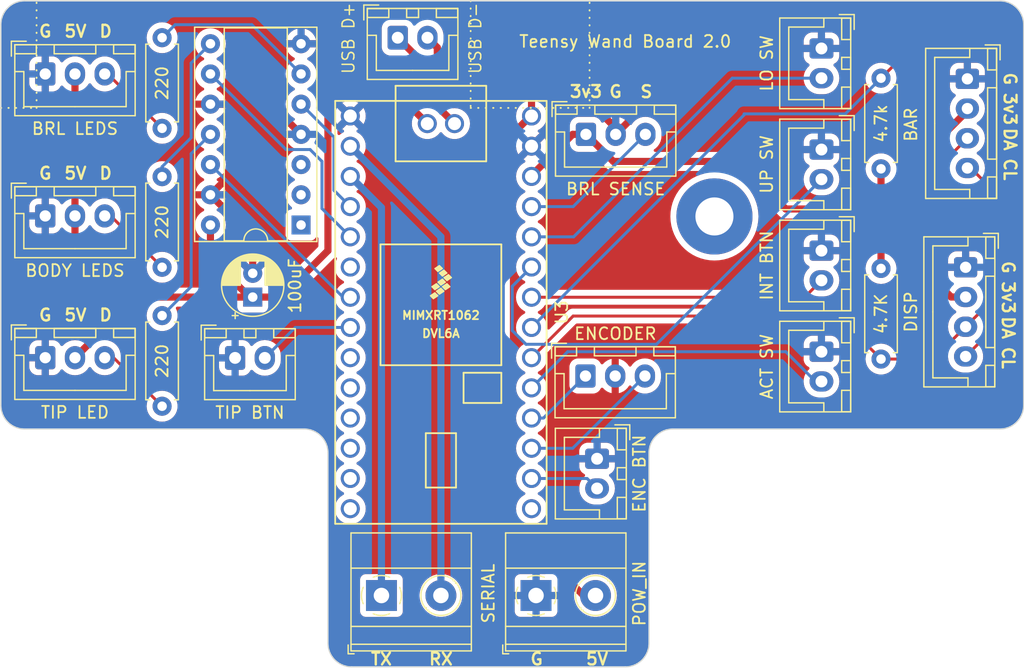
<source format=kicad_pcb>
(kicad_pcb (version 20221018) (generator pcbnew)
  (layers (0 "F.Cu" signal) (31 "B.Cu" signal) (34 "B.Paste" user) (35 "F.Paste" user) (36 "B.SilkS" user "B.Silkscreen") (37 "F.SilkS" user "F.Silkscreen") (38 "B.Mask" user) (39 "F.Mask" user) (44 "Edge.Cuts" user))
  (net 0 "")
  (net 1 "+5V")
  (net 2 "GND")
  (net 3 "Net-(J1-Pin_3)")
  (net 4 "Net-(J2-Pin_3)")
  (net 5 "Net-(J3-Pin_3)")
  (net 6 "Net-(J4-Pin_2)")
  (net 7 "/RX")
  (net 8 "/TX")
  (net 9 "Net-(J6-Pin_2)")
  (net 10 "Net-(J7-Pin_2)")
  (net 11 "Net-(J8-Pin_2)")
  (net 12 "Net-(J9-Pin_2)")
  (net 13 "Net-(J10-Pin_2)")
  (net 14 "Net-(J11-Pin_3)")
  (net 15 "+3.3V")
  (net 16 "Net-(J13-Pin_3)")
  (net 17 "/SDA")
  (net 18 "/SCL")
  (net 19 "Net-(U1-3Y)")
  (net 20 "Net-(U1-2Y)")
  (net 21 "Net-(U1-4Y)")
  (net 23 "Net-(U1-2A)")
  (net 26 "Net-(U1-3A)")
  (net 27 "Net-(U1-4A)")
  (net 28 "/D+")
  (net 29 "/D-")
  (net 32 "Net-(J11-Pin_1)")
  (footprint "ProtonPackFootprints:JST_XH_B3B-XH-A_1x03_NeoPixelHeader" (layer "F.Cu") (at 57.23 96.503)
    (fp_text reference "J3" hide)
    (fp_text value "TIP LED" (at 2.5 4.6) (layer "F.SilkS"))
    (fp_text user "D" (at 5.08 -3 unlocked) (layer "F.SilkS") (effects (font (thickness 0.2) bold) (justify bottom)))
    (fp_text user "G" (at 0 -3 unlocked) (layer "F.SilkS") (effects (font (thickness 0.2) bold) (justify bottom)))
    (fp_text user "5V" (at 2.54 -3 unlocked) (layer "F.SilkS") (effects (font (thickness 0.2) bold) (justify bottom)))
    (pad "1" thru_hole roundrect (at 0 0) (size 1.7 1.95) (drill 0.95) (layers "*.Cu" "*.Mask") (roundrect_rratio 0.1470588235) (net 2 "GND"))
    (pad "2" thru_hole oval (at 2.5 0) (size 1.7 1.95) (drill 0.95) (layers "*.Cu" "*.Mask") (net 1 "+5V"))
    (pad "3" thru_hole oval (at 5 0) (size 1.7 1.95) (drill 0.95) (layers "*.Cu" "*.Mask") (net 5 "Net-(J3-Pin_3)"))
  )
  (footprint "Teensy:Teensy40-DHolesOnly" (layer "F.Cu") (at 90.5 92.69 -90)
    (fp_text reference "U3" (at 0 -10.16 90) (layer "F.SilkS"))
    (fp_text value "Teensy4.0")
    (fp_text user "MIMXRT1062" (at 0.254 0) (layer "F.SilkS") (effects (font (size 0.7 0.7))))
    (fp_text user "DVL6A" (at 1.778 0) (layer "F.SilkS") (effects (font (size 0.7 0.7))))
    (pad "1" thru_hole circle (at -16.51 7.62 270) (size 1.6 1.6) (drill 1.1) (layers "*.Cu" "*.Mask") (net 2 "GND"))
    (pad "2" thru_hole circle (at -13.97 7.62 270) (size 1.6 1.6) (drill 1.1) (layers "*.Cu" "*.Mask") (net 7 "/RX"))
    (pad "3" thru_hole circle (at -11.43 7.62 270) (size 1.6 1.6) (drill 1.1) (layers "*.Cu" "*.Mask") (net 8 "/TX"))
    (pad "4" thru_hole circle (at -8.89 7.62 270) (size 1.6 1.6) (drill 1.1) (layers "*.Cu" "*.Mask") (net 23 "Net-(U1-2A)"))
    (pad "5" thru_hole circle (at -6.35 7.62 270) (size 1.6 1.6) (drill 1.1) (layers "*.Cu" "*.Mask") (net 26 "Net-(U1-3A)"))
    (pad "6" thru_hole circle (at -3.81 7.62 270) (size 1.6 1.6) (drill 1.1) (layers "*.Cu" "*.Mask"))
    (pad "7" thru_hole circle (at -1.27 7.62 270) (size 1.6 1.6) (drill 1.1) (layers "*.Cu" "*.Mask") (net 27 "Net-(U1-4A)"))
    (pad "8" thru_hole circle (at 1.27 7.62 270) (size 1.6 1.6) (drill 1.1) (layers "*.Cu" "*.Mask") (net 12 "Net-(J9-Pin_2)"))
    (pad "9" thru_hole circle (at 3.81 7.62 270) (size 1.6 1.6) (drill 1.1) (layers "*.Cu" "*.Mask"))
    (pad "10" thru_hole circle (at 6.35 7.62 270) (size 1.6 1.6) (drill 1.1) (layers "*.Cu" "*.Mask"))
    (pad "11" thru_hole circle (at 8.89 7.62 270) (size 1.6 1.6) (drill 1.1) (layers "*.Cu" "*.Mask"))
    (pad "12" thru_hole circle (at 11.43 7.62 270) (size 1.6 1.6) (drill 1.1) (layers "*.Cu" "*.Mask"))
    (pad "13" thru_hole circle (at 13.97 7.62 270) (size 1.6 1.6) (drill 1.1) (layers "*.Cu" "*.Mask"))
    (pad "14" thru_hole circle (at 16.51 7.62 270) (size 1.6 1.6) (drill 1.1) (layers "*.Cu" "*.Mask"))
    (pad "20" thru_hole circle (at 16.51 -7.62 270) (size 1.6 1.6) (drill 1.1) (layers "*.Cu" "*.Mask"))
    (pad "21" thru_hole circle (at 13.97 -7.62 270) (size 1.6 1.6) (drill 1.1) (layers "*.Cu" "*.Mask") (net 13 "Net-(J10-Pin_2)"))
    (pad "22" thru_hole circle (at 11.43 -7.62 270) (size 1.6 1.6) (drill 1.1) (layers "*.Cu" "*.Mask") (net 14 "Net-(J11-Pin_3)"))
    (pad "23" thru_hole circle (at 8.89 -7.62 270) (size 1.6 1.6) (drill 1.1) (layers "*.Cu" "*.Mask") (net 32 "Net-(J11-Pin_1)"))
    (pad "24" thru_hole circle (at 6.35 -7.62 270) (size 1.6 1.6) (drill 1.1) (layers "*.Cu" "*.Mask") (net 9 "Net-(J6-Pin_2)"))
    (pad "25" thru_hole circle (at 3.81 -7.62 270) (size 1.6 1.6) (drill 1.1) (layers "*.Cu" "*.Mask") (net 17 "/SDA"))
    (pad "26" thru_hole circle (at 1.27 -7.62 270) (size 1.6 1.6) (drill 1.1) (layers "*.Cu" "*.Mask") (net 18 "/SCL"))
    (pad "27" thru_hole circle (at -1.27 -7.62 270) (size 1.6 1.6) (drill 1.1) (layers "*.Cu" "*.Mask") (net 6 "Net-(J4-Pin_2)"))
    (pad "28" thru_hole circle (at -3.81 -7.62 270) (size 1.6 1.6) (drill 1.1) (layers "*.Cu" "*.Mask") (net 10 "Net-(J7-Pin_2)"))
    (pad "29" thru_hole circle (at -6.35 -7.62 270) (size 1.6 1.6) (drill 1.1) (layers "*.Cu" "*.Mask") (net 11 "Net-(J8-Pin_2)"))
    (pad "30" thru_hole circle (at -8.89 -7.62 270) (size 1.6 1.6) (drill 1.1) (layers "*.Cu" "*.Mask") (net 16 "Net-(J13-Pin_3)"))
    (pad "31" thru_hole circle (at -11.43 -7.62 270) (size 1.6 1.6) (drill 1.1) (layers "*.Cu" "*.Mask") (net 15 "+3.3V"))
    (pad "32" thru_hole circle (at -13.97 -7.62 270) (size 1.6 1.6) (drill 1.1) (layers "*.Cu" "*.Mask") (net 2 "GND"))
    (pad "33" thru_hole circle (at -16.51 -7.62 270) (size 1.6 1.6) (drill 1.1) (layers "*.Cu" "*.Mask") (net 1 "+5V"))
    (pad "53" thru_hole circle (at -15.87 -1.145 270) (size 1.6 1.6) (drill 1.1) (layers "*.Cu" "*.Mask") (net 29 "/D-"))
    (pad "54" thru_hole circle (at -15.87 1.145 270) (size 1.6 1.6) (drill 1.1) (layers "*.Cu" "*.Mask") (net 28 "/D+"))
  )
  (footprint "ProtonPackFootprints:JST_XH_B3B-XH-A_1x03_NeoPixelHeader" (layer "F.Cu") (at 57.23 72.644)
    (fp_text reference "J1" hide)
    (fp_text value "BRL LEDS" (at 2.5 4.6) (layer "F.SilkS"))
    (fp_text user "G" (at 0 -3 unlocked) (layer "F.SilkS") (effects (font (thickness 0.2) bold) (justify bottom)))
    (fp_text user "D" (at 5.08 -3 unlocked) (layer "F.SilkS") (effects (font (thickness 0.2) bold) (justify bottom)))
    (fp_text user "5V" (at 2.54 -3 unlocked) (layer "F.SilkS") (effects (font (thickness 0.2) bold) (justify bottom)))
    (pad "1" thru_hole roundrect (at 0 0) (size 1.7 1.95) (drill 0.95) (layers "*.Cu" "*.Mask") (roundrect_rratio 0.1470588235) (net 2 "GND"))
    (pad "2" thru_hole oval (at 2.5 0) (size 1.7 1.95) (drill 0.95) (layers "*.Cu" "*.Mask") (net 1 "+5V"))
    (pad "3" thru_hole oval (at 5 0) (size 1.7 1.95) (drill 0.95) (layers "*.Cu" "*.Mask") (net 3 "Net-(J1-Pin_3)"))
  )
  (footprint "Resistor_THT:R_Axial_DIN0207_L6.3mm_D2.5mm_P7.62mm_Horizontal" (layer "F.Cu") (at 67.056 77.216 90)
    (fp_text reference "R1" hide)
    (fp_text value "220" (at 3.81 0 90) (layer "F.SilkS"))
    (pad "1" thru_hole circle (at 0 0 90) (size 1.6 1.6) (drill 0.8) (layers "*.Cu" "*.Mask") (net 3 "Net-(J1-Pin_3)"))
    (pad "2" thru_hole oval (at 7.62 0 90) (size 1.6 1.6) (drill 0.8) (layers "*.Cu" "*.Mask") (net 20 "Net-(U1-2Y)"))
  )
  (footprint "Connector_JST:JST_XH_B3B-XH-A_1x03_P2.50mm_Vertical" (layer "F.Cu") (at 102.696 77.724)
    (fp_text reference "J13" hide)
    (fp_text value "BRL SENSE" (at 2.5 4.6) (layer "F.SilkS"))
    (fp_text user "G" (at 2.490934 -3.006084 unlocked) (layer "F.SilkS") (effects (font (thickness 0.2) bold) (justify bottom)))
    (fp_text user "S" (at 5.08 -3 unlocked) (layer "F.SilkS") (effects (font (thickness 0.2) bold) (justify bottom)))
    (fp_text user "3v3" (at 0.002886 -3.014323 unlocked) (layer "F.SilkS") (effects (font (thickness 0.2) bold) (justify bottom)))
    (pad "1" thru_hole roundrect (at 0 0) (size 1.7 1.95) (drill 0.95) (layers "*.Cu" "*.Mask") (roundrect_rratio 0.1470588235) (net 15 "+3.3V"))
    (pad "2" thru_hole oval (at 2.5 0) (size 1.7 1.95) (drill 0.95) (layers "*.Cu" "*.Mask") (net 2 "GND"))
    (pad "3" thru_hole oval (at 5 0) (size 1.7 1.95) (drill 0.95) (layers "*.Cu" "*.Mask") (net 16 "Net-(J13-Pin_3)"))
  )
  (footprint "Resistor_THT:R_Axial_DIN0207_L6.3mm_D2.5mm_P7.62mm_Horizontal" (layer "F.Cu") (at 67.056 88.9 90)
    (fp_text reference "R2" hide)
    (fp_text value "220" (at 3.81 0 90) (layer "F.SilkS"))
    (pad "1" thru_hole circle (at 0 0 90) (size 1.6 1.6) (drill 0.8) (layers "*.Cu" "*.Mask") (net 4 "Net-(J2-Pin_3)"))
    (pad "2" thru_hole oval (at 7.62 0 90) (size 1.6 1.6) (drill 0.8) (layers "*.Cu" "*.Mask") (net 19 "Net-(U1-3Y)"))
  )
  (footprint "Resistor_THT:R_Axial_DIN0207_L6.3mm_D2.5mm_P7.62mm_Horizontal" (layer "F.Cu") (at 127.508 73 -90)
    (fp_text reference "R5" hide)
    (fp_text value "4.7k" (at 3.81 0 90) (layer "F.SilkS"))
    (pad "1" thru_hole circle (at 0 0 270) (size 1.6 1.6) (drill 0.8) (layers "*.Cu" "*.Mask") (net 18 "/SCL"))
    (pad "2" thru_hole oval (at 7.62 0 270) (size 1.6 1.6) (drill 0.8) (layers "*.Cu" "*.Mask") (net 15 "+3.3V"))
  )
  (footprint "TerminalBlock_Phoenix:TerminalBlock_Phoenix_MKDS-1,5-2_1x02_P5.00mm_Horizontal" (layer "F.Cu") (at 98.5 116.5)
    (fp_text reference "J12" hide)
    (fp_text value "POW_IN" (at 8.688 -0.168 90) (layer "F.SilkS"))
    (pad "1" thru_hole rect (at 0 0) (size 2.6 2.6) (drill 1.3) (layers "*.Cu" "*.Mask") (net 2 "GND"))
    (pad "2" thru_hole circle (at 5 0) (size 2.6 2.6) (drill 1.3) (layers "*.Cu" "*.Mask") (net 1 "+5V"))
  )
  (footprint "Connector_JST:JST_XH_B4B-XH-A_1x04_P2.50mm_Vertical" (layer "F.Cu") (at 134.62 73.152 -90)
    (fp_text reference "J14" hide)
    (fp_text value "BAR" (at 3.75 4.6 90) (layer "F.SilkS"))
    (fp_text user "3v3" (at 2.442 -3.15 -90 unlocked) (layer "F.SilkS") (effects (font (thickness 0.2) bold) (justify bottom)))
    (fp_text user "G" (at -0.098 -3.15 -90 unlocked) (layer "F.SilkS") (effects (font (thickness 0.2) bold) (justify bottom)))
    (fp_text user "CL" (at 7.522 -3.15 -90 unlocked) (layer "F.SilkS") (effects (font (thickness 0.2) bold) (justify bottom)))
    (fp_text user "DA" (at 4.982 -3.15 -90 unlocked) (layer "F.SilkS") (effects (font (thickness 0.2) bold) (justify bottom)))
    (pad "1" thru_hole roundrect (at -0.098 -0.15 270) (size 1.7 1.95) (drill 0.95) (layers "*.Cu" "*.Mask") (roundrect_rratio 0.1470588235) (net 2 "GND"))
    (pad "2" thru_hole oval (at 2.402 -0.15 270) (size 1.7 1.95) (drill 0.95) (layers "*.Cu" "*.Mask") (net 15 "+3.3V"))
    (pad "3" thru_hole oval (at 4.902 -0.15 270) (size 1.7 1.95) (drill 0.95) (layers "*.Cu" "*.Mask") (net 17 "/SDA"))
    (pad "4" thru_hole oval (at 7.402 -0.15 270) (size 1.7 1.95) (drill 0.95) (layers "*.Cu" "*.Mask") (net 18 "/SCL"))
  )
  (footprint "Connector_JST:JST_XH_B2B-XH-A_1x02_P2.50mm_Vertical" (layer "F.Cu") (at 103.632 105 -90)
    (fp_text reference "J10" hide)
    (fp_text value "ENC BTN" (at 1.25 -3.556 90) (layer "F.SilkS"))
    (pad "1" thru_hole roundrect (at 0 0 270) (size 1.7 2) (drill 1) (layers "*.Cu" "*.Mask") (roundrect_rratio 0.1470588235) (net 2 "GND"))
    (pad "2" thru_hole oval (at 2.5 0 270) (size 1.7 2) (drill 1) (layers "*.Cu" "*.Mask") (net 13 "Net-(J10-Pin_2)"))
  )
  (footprint "Resistor_THT:R_Axial_DIN0207_L6.3mm_D2.5mm_P7.62mm_Horizontal" (layer "F.Cu") (at 67.056 100.584 90)
    (fp_text reference "R3" hide)
    (fp_text value "220" (at 3.81 0 90) (layer "F.SilkS"))
    (pad "1" thru_hole circle (at 0 0 90) (size 1.6 1.6) (drill 0.8) (layers "*.Cu" "*.Mask") (net 5 "Net-(J3-Pin_3)"))
    (pad "2" thru_hole oval (at 7.62 0 90) (size 1.6 1.6) (drill 0.8) (layers "*.Cu" "*.Mask") (net 21 "Net-(U1-4Y)"))
  )
  (footprint "ProtonPackFootprints:JST_XH_B3B-XH-A_1x03_NeoPixelHeader" (layer "F.Cu") (at 57.23 84.582)
    (fp_text reference "J2" hide)
    (fp_text value "BODY LEDS" (at 2.5 4.6) (layer "F.SilkS"))
    (fp_text user "G" (at 0 -3 unlocked) (layer "F.SilkS") (effects (font (thickness 0.2) bold) (justify bottom)))
    (fp_text user "5V" (at 2.54 -3 unlocked) (layer "F.SilkS") (effects (font (thickness 0.2) bold) (justify bottom)))
    (fp_text user "D" (at 5.08 -3 unlocked) (layer "F.SilkS") (effects (font (thickness 0.2) bold) (justify bottom)))
    (pad "1" thru_hole roundrect (at 0 0) (size 1.7 1.95) (drill 0.95) (layers "*.Cu" "*.Mask") (roundrect_rratio 0.1470588235) (net 2 "GND"))
    (pad "2" thru_hole oval (at 2.5 0) (size 1.7 1.95) (drill 0.95) (layers "*.Cu" "*.Mask") (net 1 "+5V"))
    (pad "3" thru_hole oval (at 5 0) (size 1.7 1.95) (drill 0.95) (layers "*.Cu" "*.Mask") (net 4 "Net-(J2-Pin_3)"))
  )
  (footprint "Capacitor_THT:CP_Radial_D5.0mm_P2.00mm" (layer "F.Cu") (at 74.676 91.408 90)
    (fp_text reference "C1" hide)
    (fp_text value "100uF" (at 0.955113 3.556 90) (layer "F.SilkS"))
    (pad "1" thru_hole rect (at 0 0 90) (size 1.6 1.6) (drill 0.8) (layers "*.Cu" "*.Mask") (net 1 "+5V"))
    (pad "2" thru_hole circle (at 2 0 90) (size 1.6 1.6) (drill 0.8) (layers "*.Cu" "*.Mask") (net 2 "GND"))
  )
  (footprint "Connector_JST:JST_XH_B2B-XH-A_1x02_P2.50mm_Vertical" (layer "F.Cu") (at 122.5 87.5 -90)
    (fp_text reference "J4" hide)
    (fp_text value "INT BTN" (at 1.25 4.6 90) (layer "F.SilkS"))
    (pad "1" thru_hole roundrect (at 0 0 270) (size 1.7 2) (drill 1) (layers "*.Cu" "*.Mask") (roundrect_rratio 0.1470588235) (net 2 "GND"))
    (pad "2" thru_hole oval (at 2.5 0 270) (size 1.7 2) (drill 1) (layers "*.Cu" "*.Mask") (net 6 "Net-(J4-Pin_2)"))
  )
  (footprint "Connector_JST:JST_XH_B3B-XH-A_1x03_P2.50mm_Vertical" (layer "F.Cu") (at 102.656 98.044)
    (fp_text reference "J11" hide)
    (fp_text value "ENCODER" (at 2.512 -3.556) (layer "F.SilkS"))
    (pad "1" thru_hole roundrect (at 0 0) (size 1.7 1.95) (drill 0.95) (layers "*.Cu" "*.Mask") (roundrect_rratio 0.1470588235) (net 32 "Net-(J11-Pin_1)"))
    (pad "2" thru_hole oval (at 2.5 0) (size 1.7 1.95) (drill 0.95) (layers "*.Cu" "*.Mask") (net 2 "GND"))
    (pad "3" thru_hole oval (at 5 0) (size 1.7 1.95) (drill 0.95) (layers "*.Cu" "*.Mask") (net 14 "Net-(J11-Pin_3)"))
  )
  (footprint "Resistor_THT:R_Axial_DIN0207_L6.3mm_D2.5mm_P7.62mm_Horizontal" (layer "F.Cu") (at 127.508 96.62 90)
    (fp_text reference "R4" hide)
    (fp_text value "4.7K" (at 3.81 0 90) (layer "F.SilkS"))
    (pad "1" thru_hole circle (at 0 0 90) (size 1.6 1.6) (drill 0.8) (layers "*.Cu" "*.Mask") (net 17 "/SDA"))
    (pad "2" thru_hole oval (at 7.62 0 90) (size 1.6 1.6) (drill 0.8) (layers "*.Cu" "*.Mask") (net 15 "+3.3V"))
  )
  (footprint "Connector_JST:JST_XH_B2B-XH-A_1x02_P2.50mm_Vertical" (layer "F.Cu") (at 122.5 79 -90)
    (fp_text reference "J7" hide)
    (fp_text value "UP SW" (at 1.25 4.6 90) (layer "F.SilkS"))
    (pad "1" thru_hole roundrect (at 0 0 270) (size 1.7 2) (drill 1) (layers "*.Cu" "*.Mask") (roundrect_rratio 0.1470588235) (net 2 "GND"))
    (pad "2" thru_hole oval (at 2.5 0 270) (size 1.7 2) (drill 1) (layers "*.Cu" "*.Mask") (net 10 "Net-(J7-Pin_2)"))
  )
  (footprint "Connector_JST:JST_XH_B2B-XH-A_1x02_P2.50mm_Vertical" (layer "F.Cu") (at 86.868 69.596)
    (fp_text reference "J16" hide)
    (fp_text value "USB DATA")
    (fp_text user "USB D+" (at -3.556 0.048 90 unlocked) (layer "F.SilkS") (effects (font (thickness 0.125)) (justify bottom)))
    (fp_text user "USB D-" (at 7.112 0.048 90 unlocked) (layer "F.SilkS") (effects (font (thickness 0.125)) (justify bottom)))
    (pad "1" thru_hole roundrect (at 0 0) (size 1.7 2) (drill 1) (layers "*.Cu" "*.Mask") (roundrect_rratio 0.1470588235) (net 28 "/D+"))
    (pad "2" thru_hole oval (at 2.5 0) (size 1.7 2) (drill 1) (layers "*.Cu" "*.Mask") (net 29 "/D-"))
  )
  (footprint "Connector_JST:JST_XH_B4B-XH-A_1x04_P2.50mm_Vertical" (layer "F.Cu") (at 134.62 88.9 -90)
    (fp_text reference "J15" hide)
    (fp_text value "DISP" (at 3.75 4.6 90) (layer "F.SilkS"))
    (fp_text user "CL" (at 7.62 -3 -90 unlocked) (layer "F.SilkS") (effects (font (thickness 0.2) bold) (justify bottom)))
    (fp_text user "G" (at 0 -3 -90 unlocked) (layer "F.SilkS") (effects (font (thickness 0.2) bold) (justify bottom)))
    (fp_text user "3v3" (at 2.54 -3 -90 unlocked) (layer "F.SilkS") (effects (font (thickness 0.2) bold) (justify bottom)))
    (fp_text user "DA" (at 5.08 -3 -90 unlocked) (layer "F.SilkS") (effects (font (thickness 0.2) bold) (justify bottom)))
    (pad "1" thru_hole roundrect (at 0 0 270) (size 1.7 1.95) (drill 0.95) (layers "*.Cu" "*.Mask") (roundrect_rratio 0.1470588235) (net 2 "GND"))
    (pad "2" thru_hole oval (at 2.5 0 270) (size 1.7 1.95) (drill 0.95) (layers "*.Cu" "*.Mask") (net 15 "+3.3V"))
    (pad "3" thru_hole oval (at 5 0 270) (size 1.7 1.95) (drill 0.95) (layers "*.Cu" "*.Mask") (net 17 "/SDA"))
    (pad "4" thru_hole oval (at 7.5 0 270) (size 1.7 1.95) (drill 0.95) (layers "*.Cu" "*.Mask") (net 18 "/SCL"))
  )
  (footprint "Connector_JST:JST_XH_B2B-XH-A_1x02_P2.50mm_Vertical" (layer "F.Cu") (at 122.5 70.5 -90)
    (fp_text reference "J8" hide)
    (fp_text value "LO SW" (at 1.25 4.6 90) (layer "F.SilkS"))
    (pad "1" thru_hole roundrect (at 0 0 270) (size 1.7 2) (drill 1) (layers "*.Cu" "*.Mask") (roundrect_rratio 0.1470588235) (net 2 "GND"))
    (pad "2" thru_hole oval (at 2.5 0 270) (size 1.7 2) (drill 1) (layers "*.Cu" "*.Mask") (net 11 "Net-(J8-Pin_2)"))
  )
  (footprint "Package_DIP:DIP-14_W7.62mm_Socket" (layer "F.Cu") (at 78.74 85.344 180)
    (fp_text reference "U1" hide)
    (fp_text value "74AHC125")
    (pad "1" thru_hole rect (at 0 0 180) (size 1.6 1.6) (drill 0.8) (layers "*.Cu" "*.Mask"))
    (pad "2" thru_hole oval (at 0 2.54 180) (size 1.6 1.6) (drill 0.8) (layers "*.Cu" "*.Mask"))
    (pad "3" thru_hole oval (at 0 5.08 180) (size 1.6 1.6) (drill 0.8) (layers "*.Cu" "*.Mask"))
    (pad "4" thru_hole oval (at 0 7.62 180) (size 1.6 1.6) (drill 0.8) (layers "*.Cu" "*.Mask") (net 2 "GND"))
    (pad "5" thru_hole oval (at 0 10.16 180) (size 1.6 1.6) (drill 0.8) (layers "*.Cu" "*.Mask") (net 23 "Net-(U1-2A)"))
    (pad "6" thru_hole oval (at 0 12.7 180) (size 1.6 1.6) (drill 0.8) (layers "*.Cu" "*.Mask") (net 20 "Net-(U1-2Y)"))
    (pad "7" thru_hole oval (at 0 15.24 180) (size 1.6 1.6) (drill 0.8) (layers "*.Cu" "*.Mask") (net 2 "GND"))
    (pad "8" thru_hole oval (at 7.62 15.24 180) (size 1.6 1.6) (drill 0.8) (layers "*.Cu" "*.Mask") (net 19 "Net-(U1-3Y)"))
    (pad "9" thru_hole oval (at 7.62 12.7 180) (size 1.6 1.6) (drill 0.8) (layers "*.Cu" "*.Mask") (net 26 "Net-(U1-3A)"))
    (pad "10" thru_hole oval (at 7.62 10.16 180) (size 1.6 1.6) (drill 0.8) (layers "*.Cu" "*.Mask") (net 2 "GND"))
    (pad "11" thru_hole oval (at 7.62 7.62 180) (size 1.6 1.6) (drill 0.8) (layers "*.Cu" "*.Mask") (net 21 "Net-(U1-4Y)"))
    (pad "12" thru_hole oval (at 7.62 5.08 180) (size 1.6 1.6) (drill 0.8) (layers "*.Cu" "*.Mask") (net 27 "Net-(U1-4A)"))
    (pad "13" thru_hole oval (at 7.62 2.54 180) (size 1.6 1.6) (drill 0.8) (layers "*.Cu" "*.Mask") (net 2 "GND"))
    (pad "14" thru_hole oval (at 7.62 0 180) (size 1.6 1.6) (drill 0.8) (layers "*.Cu" "*.Mask") (net 1 "+5V"))
  )
  (footprint "Connector_JST:JST_XH_B2B-XH-A_1x02_P2.50mm_Vertical" (layer "F.Cu") (at 122.5 96 -90)
    (fp_text reference "J6" hide)
    (fp_text value "ACT SW" (at 1.25 4.6 90) (layer "F.SilkS"))
    (pad "1" thru_hole roundrect (at 0 0 270) (size 1.7 2) (drill 1) (layers "*.Cu" "*.Mask") (roundrect_rratio 0.1470588235) (net 2 "GND"))
    (pad "2" thru_hole oval (at 2.5 0 270) (size 1.7 2) (drill 1) (layers "*.Cu" "*.Mask") (net 9 "Net-(J6-Pin_2)"))
  )
  (footprint "Connector_JST:JST_XH_B2B-XH-A_1x02_P2.50mm_Vertical" (layer "F.Cu") (at 73.192 96.52)
    (fp_text reference "J9" hide)
    (fp_text value "TIP BTN" (at 1.25 4.6) (layer "F.SilkS"))
    (pad "1" thru_hole roundrect (at 0 0) (size 1.7 2) (drill 1) (layers "*.Cu" "*.Mask") (roundrect_rratio 0.1470588235) (net 2 "GND"))
    (pad "2" thru_hole oval (at 2.5 0) (size 1.7 2) (drill 1) (layers "*.Cu" "*.Mask") (net 12 "Net-(J9-Pin_2)"))
  )
  (footprint "TerminalBlock_Phoenix:TerminalBlock_Phoenix_MKDS-1,5-2_1x02_P5.00mm_Horizontal" (layer "F.Cu") (at 85.5 116.5)
    (fp_text reference "J5" hide)
    (fp_text value "SERIAL" (at 8.988 -0.168 90) (layer "F.SilkS"))
    (pad "1" thru_hole rect (at 0 0) (size 2.6 2.6) (drill 1.3) (layers "*.Cu" "*.Mask") (net 8 "/TX"))
    (pad "2" thru_hole circle (at 5 0) (size 2.6 2.6) (drill 1.3) (layers "*.Cu" "*.Mask") (net 7 "/RX"))
  )
  (footprint "MountingHole:MountingHole_3.2mm_M3_Pad" (layer "F.Cu") (at 113.5 84.625)
    (fp_text reference "REF**" hide)
    (fp_text value "MountingHole_3.2mm_M3_Pad" hide)
    (pad "1" thru_hole circle locked (at 0 0) (size 6.4 6.4) (drill 3.2) (layers "*.Cu" "*.Mask"))
  )
  (gr_line locked (start 103 75.5) (end 103 66.5) (stroke (width 0.15) (type dot)) (layer "F.SilkS"))
  (gr_line locked (start 93 66.5) (end 93 75.5) (stroke (width 0.15) (type dot)) (layer "F.SilkS"))
  (gr_line locked (start 93 75.5) (end 103 75.5) (stroke (width 0.15) (type dot)) (layer "F.SilkS"))
  (gr_line locked (start 53.5 75.5) (end 56.5 75.5) (stroke (width 0.15) (type dot)) (layer "F.SilkS"))
  (gr_line locked (start 56.5 75.5) (end 56.5 66.5) (stroke (width 0.15) (type dot)) (layer "F.SilkS"))
  (gr_line locked (start 55.5 66.5) (end 137.5 66.5) (stroke (width 0.1)) (layer "Edge.Cuts"))
  (gr_arc locked (start 79 102.5) (mid 80.414214 103.085786) (end 81 104.5) (stroke (width 0.1)) (layer "Edge.Cuts"))
  (gr_line locked (start 139.5 68.5) (end 139.5 100.5) (stroke (width 0.1)) (layer "Edge.Cuts"))
  (gr_arc locked (start 55.5 102.5) (mid 54.085786 101.914214) (end 53.5 100.5) (stroke (width 0.1)) (layer "Edge.Cuts"))
  (gr_line locked (start 53.5 100.5) (end 53.5 68.5) (stroke (width 0.1)) (layer "Edge.Cuts"))
  (gr_arc locked (start 137.5 66.5) (mid 138.914214 67.085786) (end 139.5 68.5) (stroke (width 0.1)) (layer "Edge.Cuts"))
  (gr_line locked (start 81 120.5) (end 81 104.5) (stroke (width 0.1)) (layer "Edge.Cuts"))
  (gr_line locked (start 106 122.5) (end 83 122.5) (stroke (width 0.1)) (layer "Edge.Cuts"))
  (gr_arc locked (start 108 104.5) (mid 108.585786 103.085786) (end 110 102.5) (stroke (width 0.1)) (layer "Edge.Cuts"))
  (gr_line locked (start 137.5 102.5) (end 110 102.5) (stroke (width 0.1)) (layer "Edge.Cuts"))
  (gr_arc locked (start 139.5 100.5) (mid 138.914214 101.914214) (end 137.5 102.5) (stroke (width 0.1)) (layer "Edge.Cuts"))
  (gr_line locked (start 79 102.5) (end 55.5 102.5) (stroke (width 0.1)) (layer "Edge.Cuts"))
  (gr_arc locked (start 83 122.5) (mid 81.585786 121.914214) (end 81 120.5) (stroke (width 0.1)) (layer "Edge.Cuts"))
  (gr_arc locked (start 53.5 68.5) (mid 54.085786 67.085786) (end 55.5 66.5) (stroke (width 0.1)) (layer "Edge.Cuts"))
  (gr_line locked (start 108 104.5) (end 108 120.5) (stroke (width 0.1)) (layer "Edge.Cuts"))
  (gr_arc locked (start 108 120.5) (mid 107.414214 121.914214) (end 106 122.5) (stroke (width 0.1)) (layer "Edge.Cuts"))
  (gr_text "5V" (at 103.632 122.428) (layer "F.SilkS") (effects (font (size 1 1) (thickness 0.2) bold) (justify bottom)))
  (gr_text "G" (at 98.552 122.428) (layer "F.SilkS") (effects (font (size 1 1) (thickness 0.2) bold) (justify bottom)))
  (gr_text "Teensy Wand Board 2.0" (at 97 70.5) (layer "F.SilkS") (effects (font (size 1 1)) (justify left bottom)))
  (gr_text "RX" (at 90.5 122.428) (layer "F.SilkS") (effects (font (size 1 1) (thickness 0.2) bold) (justify bottom)))
  (gr_text "TX" (at 85.5 122.428) (layer "F.SilkS") (effects (font (size 1 1) (thickness 0.2) bold) (justify bottom)))
  (segment (start 59.73 84.582) (end 59.73 72.644) (width 0.6) (layer "F.Cu") (net 1))
  (segment (start 59.73 86.313) (end 59.73 84.582) (width 0.6) (layer "F.Cu") (net 1))
  (segment (start 81 71) (end 84.5 67.5) (width 0.6) (layer "F.Cu") (net 1))
  (segment (start 64.825 91.408) (end 59.73 96.503) (width 0.6) (layer "F.Cu") (net 1))
  (segment (start 91.5 67.5) (end 98.12 74.12) (width 0.6) (layer "F.Cu") (net 1))
  (segment (start 64.825 91.408) (end 59.73 86.313) (width 0.6) (layer "F.Cu") (net 1))
  (segment (start 98.044 76.18) (end 95.5 78.724) (width 0.6) (layer "F.Cu") (net 1))
  (segment (start 102.5 116.5) (end 103.5 116.5) (width 0.6) (layer "F.Cu") (net 1))
  (segment (start 77.092 91.408) (end 81 87.5) (width 0.6) (layer "F.Cu") (net 1))
  (segment (start 95.5 109.5) (end 102.5 116.5) (width 0.6) (layer "F.Cu") (net 1))
  (segment (start 74.676 91.408) (end 64.825 91.408) (width 0.6) (layer "F.Cu") (net 1))
  (segment (start 84.5 67.5) (end 91.5 67.5) (width 0.6) (layer "F.Cu") (net 1))
  (segment (start 74.676 91.408) (end 74.408 91.408) (width 0.6) (layer "F.Cu") (net 1))
  (segment (start 71.12 88.12) (end 71.12 85.344) (width 0.6) (layer "F.Cu") (net 1))
  (segment (start 95.5 78.724) (end 95.5 109.5) (width 0.6) (layer "F.Cu") (net 1))
  (segment (start 74.676 91.408) (end 77.092 91.408) (width 0.6) (layer "F.Cu") (net 1))
  (segment (start 98.12 74.12) (end 98.12 76.18) (width 0.6) (layer "F.Cu") (net 1))
  (segment (start 74.408 91.408) (end 71.12 88.12) (width 0.6) (layer "F.Cu") (net 1))
  (segment (start 81 87.5) (end 81 71) (width 0.6) (layer "F.Cu") (net 1))
  (segment (start 103 75) (end 105.196 77.196) (width 0.6) (layer "F.Cu") (net 2))
  (segment (start 78.74 77.724) (end 76.2 77.724) (width 0.6) (layer "F.Cu") (net 2))
  (segment (start 74.676 86.36) (end 74.676 89.408) (width 0.6) (layer "F.Cu") (net 2))
  (segment (start 76.2 75.184) (end 71.12 75.184) (width 0.6) (layer "F.Cu") (net 2))
  (segment (start 112.42 70.5) (end 122.5 70.5) (width 0.6) (layer "F.Cu") (net 2))
  (segment (start 76.2 77.724) (end 71.12 82.804) (width 0.6) (layer "F.Cu") (net 2))
  (segment (start 98.12 78.72) (end 101.84 75) (width 0.6) (layer "F.Cu") (net 2))
  (segment (start 105.196 77.196) (end 105.196 77.724) (width 0.6) (layer "F.Cu") (net 2))
  (segment (start 71.12 82.804) (end 74.676 86.36) (width 0.6) (layer "F.Cu") (net 2))
  (segment (start 78.74 77.724) (end 76.2 75.184) (width 0.6) (layer "F.Cu") (net 2))
  (segment (start 101.84 75) (end 103 75) (width 0.6) (layer "F.Cu") (net 2))
  (segment (start 105.196 77.724) (end 112.42 70.5) (width 0.6) (layer "F.Cu") (net 2))
  (segment (start 67.056 77.216) (end 62.484 72.644) (width 0.25) (layer "F.Cu") (net 3))
  (segment (start 62.484 72.644) (end 62.23 72.644) (width 0.25) (layer "F.Cu") (net 3))
  (segment (start 62.738 84.582) (end 62.23 84.582) (width 0.25) (layer "F.Cu") (net 4))
  (segment (start 67.056 88.9) (end 62.738 84.582) (width 0.25) (layer "F.Cu") (net 4))
  (segment (start 62.975 96.503) (end 62.23 96.503) (width 0.25) (layer "F.Cu") (net 5))
  (segment (start 67.056 100.584) (end 62.975 96.503) (width 0.25) (layer "F.Cu") (net 5))
  (segment (start 121.08 91.42) (end 122.5 90) (width 0.25) (layer "F.Cu") (net 6))
  (segment (start 98.12 91.42) (end 121.08 91.42) (width 0.25) (layer "F.Cu") (net 6))
  (segment (start 90.5 116.5) (end 90.5 86.34) (width 0.6) (layer "B.Cu") (net 7))
  (segment (start 90.5 86.34) (end 82.88 78.72) (width 0.6) (layer "B.Cu") (net 7))
  (segment (start 85.5 116.5) (end 85.5 83.88) (width 0.6) (layer "B.Cu") (net 8))
  (segment (start 85.5 83.88) (end 82.88 81.26) (width 0.6) (layer "B.Cu") (net 8))
  (segment (start 101.16 96) (end 119.5 96) (width 0.25) (layer "B.Cu") (net 9))
  (segment (start 119.5 96) (end 122 98.5) (width 0.25) (layer "B.Cu") (net 9))
  (segment (start 98.12 99.04) (end 101.16 96) (width 0.25) (layer "B.Cu") (net 9))
  (segment (start 122 98.5) (end 122.5 98.5) (width 0.25) (layer "B.Cu") (net 9))
  (segment (start 96.5 90.5) (end 96.5 94.220991) (width 0.25) (layer "B.Cu") (net 10))
  (segment (start 96.5 94.220991) (end 97.654009 95.375) (width 0.25) (layer "B.Cu") (net 10))
  (segment (start 98.12 88.88) (end 96.5 90.5) (width 0.25) (layer "B.Cu") (net 10))
  (segment (start 97.654009 95.375) (end 108.625 95.375) (width 0.25) (layer "B.Cu") (net 10))
  (segment (start 108.625 95.375) (end 122.5 81.5) (width 0.25) (layer "B.Cu") (net 10))
  (segment (start 115 73) (end 122.5 73) (width 0.25) (layer "B.Cu") (net 11))
  (segment (start 98.12 86.34) (end 101.66 86.34) (width 0.25) (layer "B.Cu") (net 11))
  (segment (start 101.66 86.34) (end 115 73) (width 0.25) (layer "B.Cu") (net 11))
  (segment (start 82.88 93.96) (end 78.252 93.96) (width 0.25) (layer "B.Cu") (net 12))
  (segment (start 78.252 93.96) (end 75.692 96.52) (width 0.25) (layer "B.Cu") (net 12))
  (segment (start 102.792 106.66) (end 103.632 107.5) (width 0.25) (layer "B.Cu") (net 13))
  (segment (start 98.12 106.66) (end 102.792 106.66) (width 0.25) (layer "B.Cu") (net 13))
  (segment (start 98.12 104.12) (end 101.58 104.12) (width 0.25) (layer "B.Cu") (net 14))
  (segment (start 101.58 104.12) (end 107.656 98.044) (width 0.25) (layer "B.Cu") (net 14))
  (segment (start 98.044 81.26) (end 101.58 77.724) (width 0.6) (layer "F.Cu") (net 15))
  (segment (start 101.58 77.724) (end 102.696 77.724) (width 0.6) (layer "F.Cu") (net 15))
  (segment (start 134.77 75.738) (end 127.508 83) (width 0.6) (layer "F.Cu") (net 15))
  (segment (start 127.508 83) (end 127.508 85.5) (width 0.6) (layer "F.Cu") (net 15))
  (segment (start 134.62 91.4) (end 133.408 91.4) (width 0.6) (layer "F.Cu") (net 15))
  (segment (start 105 80) (end 102.724 77.724) (width 0.6) (layer "F.Cu") (net 15))
  (segment (start 127.508 85.5) (end 126.008 84) (width 0.6) (layer "F.Cu") (net 15))
  (segment (start 126.008 84) (end 119.5 84) (width 0.6) (layer "F.Cu") (net 15))
  (segment (start 133.408 91.4) (end 127.508 85.5) (width 0.6) (layer "F.Cu") (net 15))
  (segment (start 134.77 75.554) (end 134.77 75.738) (width 0.6) (layer "F.Cu") (net 15))
  (segment (start 102.724 77.724) (end 102.696 77.724) (width 0.6) (layer "F.Cu") (net 15))
  (segment (start 127.508 85.5) (end 127.508 89) (width 0.6) (layer "F.Cu") (net 15))
  (segment (start 119.5 84) (end 115.5 80) (width 0.6) (layer "F.Cu") (net 15))
  (segment (start 115.5 80) (end 105 80) (width 0.6) (layer "F.Cu") (net 15))
  (segment (start 127.508 80.62) (end 127.508 83) (width 0.6) (layer "F.Cu") (net 15))
  (segment (start 101.62 83.8) (end 107.696 77.724) (width 0.25) (layer "B.Cu") (net 16))
  (segment (start 98.12 83.8) (end 101.62 83.8) (width 0.25) (layer "B.Cu") (net 16))
  (segment (start 133 79.824) (end 134.77 78.054) (width 0.25) (layer "F.Cu") (net 17))
  (segment (start 136.5 87) (end 133 83.5) (width 0.25) (layer "F.Cu") (net 17))
  (segment (start 136.5 92.02) (end 136.5 87) (width 0.25) (layer "F.Cu") (net 17))
  (segment (start 124 93) (end 101.62 93) (width 0.25) (layer "F.Cu") (net 17))
  (segment (start 134.62 93.9) (end 136.5 92.02) (width 0.25) (layer "F.Cu") (net 17))
  (segment (start 131.9 96.62) (end 134.62 93.9) (width 0.25) (layer "F.Cu") (net 17))
  (segment (start 133 83.5) (end 133 79.824) (width 0.25) (layer "F.Cu") (net 17))
  (segment (start 124 93.112) (end 124 93) (width 0.25) (layer "F.Cu") (net 17))
  (segment (start 127.508 96.62) (end 124 93.112) (width 0.25) (layer "F.Cu") (net 17))
  (segment (start 127.508 96.62) (end 131.9 96.62) (width 0.25) (layer "F.Cu") (net 17))
  (segment (start 101.62 93) (end 98.12 96.5) (width 0.25) (layer "F.Cu") (net 17))
  (segment (start 138 83.5) (end 137 82.5) (width 0.25) (layer "F.Cu") (net 18))
  (segment (start 135.588543 70.5) (end 138 72.911457) (width 0.25) (layer "F.Cu") (net 18))
  (segment (start 130.008 70.5) (end 135.588543 70.5) (width 0.25) (layer "F.Cu") (net 18))
  (segment (start 138 72.911457) (end 138 83.5) (width 0.25) (layer "F.Cu") (net 18))
  (segment (start 127.508 73) (end 130.008 70.5) (width 0.25) (layer "F.Cu") (net 18))
  (segment (start 135.054 80.554) (end 134.77 80.554) (width 0.25) (layer "F.Cu") (net 18))
  (segment (start 134.62 96.4) (end 138 93.02) (width 0.25) (layer "F.Cu") (net 18))
  (segment (start 138 93.02) (end 138 83.5) (width 0.25) (layer "F.Cu") (net 18))
  (segment (start 137 82.5) (end 135.054 80.554) (width 0.25) (layer "F.Cu") (net 18))
  (segment (start 98.12 93.96) (end 116 76.08) (width 0.25) (layer "B.Cu") (net 18))
  (segment (start 116 76.08) (end 116 76) (width 0.25) (layer "B.Cu") (net 18))
  (segment (start 116 76) (end 124.508 76) (width 0.25) (layer "B.Cu") (net 18))
  (segment (start 124.508 76) (end 127.508 73) (width 0.25) (layer "B.Cu") (net 18))
  (segment (start 69.5 71.724) (end 71.12 70.104) (width 0.25) (layer "B.Cu") (net 19))
  (segment (start 67.056 81.28) (end 67.056 80.444) (width 0.25) (layer "B.Cu") (net 19))
  (segment (start 69.5 78) (end 69.5 71.724) (width 0.25) (layer "B.Cu") (net 19))
  (segment (start 67.056 80.444) (end 69.5 78) (width 0.25) (layer "B.Cu") (net 19))
  (segment (start 68.152 68.5) (end 74.596 68.5) (width 0.25) (layer "B.Cu") (net 20))
  (segment (start 74.596 68.5) (end 78.74 72.644) (width 0.25) (layer "B.Cu") (net 20))
  (segment (start 67.056 69.596) (end 68.152 68.5) (width 0.25) (layer "B.Cu") (net 20))
  (segment (start 67.056 92.964) (end 69.5 90.52) (width 0.25) (layer "B.Cu") (net 21))
  (segment (start 69.5 90.52) (end 69.5 79.344) (width 0.25) (layer "B.Cu") (net 21))
  (segment (start 69.5 79.344) (end 71.12 77.724) (width 0.25) (layer "B.Cu") (net 21))
  (segment (start 81.5 77.944) (end 81.5 82.42) (width 0.25) (layer "B.Cu") (net 23))
  (segment (start 78.74 75.184) (end 81.5 77.944) (width 0.25) (layer "B.Cu") (net 23))
  (segment (start 81.5 82.42) (end 82.88 83.8) (width 0.25) (layer "B.Cu") (net 23))
  (segment (start 80.5 83.96) (end 80.5 80) (width 0.25) (layer "B.Cu") (net 26))
  (segment (start 82.88 86.34) (end 80.5 83.96) (width 0.25) (layer "B.Cu") (net 26))
  (segment (start 80.5 80) (end 79.5 79) (width 0.25) (layer "B.Cu") (net 26))
  (segment (start 79.5 79) (end 77.476 79) (width 0.25) (layer "B.Cu") (net 26))
  (segment (start 77.476 79) (end 71.12 72.644) (width 0.25) (layer "B.Cu") (net 26))
  (segment (start 82.88 91.42) (end 82.276 91.42) (width 0.25) (layer "B.Cu") (net 27))
  (segment (start 82.276 91.42) (end 71.12 80.264) (width 0.25) (layer "B.Cu") (net 27))
  (segment (start 86.868 69.596) (end 88.214 70.942) (width 0.6) (layer "F.Cu") (net 28))
  (segment (start 88.214 75.679) (end 89.355 76.82) (width 0.6) (layer "F.Cu") (net 28))
  (segment (start 88.214 70.942) (end 88.214 75.679) (width 0.6) (layer "F.Cu") (net 28))
  (segment (start 91.645 76.82) (end 90.1952 75.3702) (width 0.6) (layer "F.Cu") (net 29))
  (segment (start 90.1952 75.3702) (end 90.1952 70.4232) (width 0.6) (layer "F.Cu") (net 29))
  (segment (start 90.1952 70.4232) (end 89.368 69.596) (width 0.6) (layer "F.Cu") (net 29))
  (segment (start 98.12 101.58) (end 99.12 101.58) (width 0.25) (layer "B.Cu") (net 32))
  (segment (start 99.12 101.58) (end 102.656 98.044) (width 0.25) (layer "B.Cu") (net 32))
  (zone (net 2) (net_name "GND") (layers "F&B.Cu") (connect_pads thru_hole_only (clearance 0.5)) (min_thickness 0.25) (fill yes (thermal_gap 0.5) (thermal_bridge_width 0.6))
    (polygon (pts (arc (start 139.5 68.5) (mid 138.914214 67.085786) (end 137.5 66.5)) (arc (start 55.5 66.5) (mid 54.085786 67.085786) (end 53.5 68.5)) (arc (start 53.5 100.5) (mid 54.085786 101.914214) (end 55.5 102.5)) (arc (start 79 102.5) (mid 80.414214 103.085786) (end 81 104.5)) (arc (start 81 120.5) (mid 81.585786 121.914214) (end 83 122.5)) (arc (start 106 122.5) (mid 107.414214 121.914214) (end 108 120.5)) (arc (start 108 104.5) (mid 108.585786 103.085786) (end 110 102.5)) (arc (start 137.5 102.5) (mid 138.914214 101.914214) (end 139.5 100.5))))
  )
)
</source>
